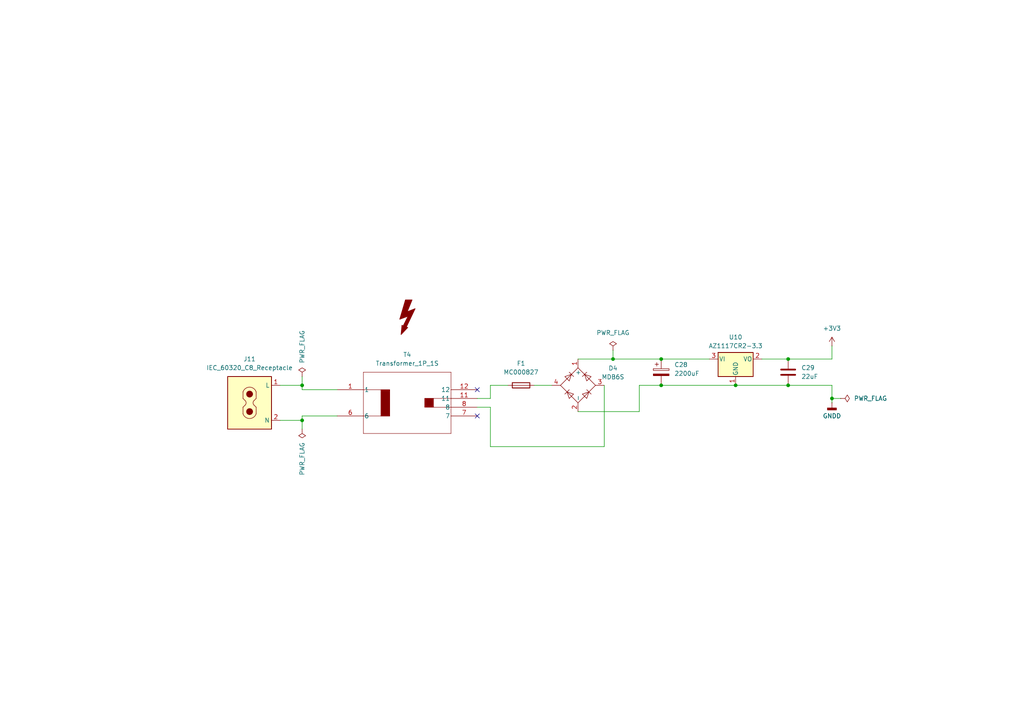
<source format=kicad_sch>
(kicad_sch
	(version 20250114)
	(generator "eeschema")
	(generator_version "9.0")
	(uuid "5f02bc06-a18c-434b-b4e1-1a977e6ab871")
	(paper "A4")
	(title_block
		(title "PCB Power Source")
		(date "2025-05-01")
		(rev "0.3")
		(company "Cezar-Octavian Bontaș")
	)
	(lib_symbols
		(symbol "Connector:IEC_60320_C8_Receptacle"
			(exclude_from_sim no)
			(in_bom yes)
			(on_board yes)
			(property "Reference" "J"
				(at -5.842 8.636 0)
				(effects
					(font
						(size 1.27 1.27)
					)
				)
			)
			(property "Value" "IEC_60320_C8_Receptacle"
				(at 0.254 -9.144 0)
				(effects
					(font
						(size 1.27 1.27)
					)
				)
			)
			(property "Footprint" ""
				(at 0 0 0)
				(effects
					(font
						(size 1.27 1.27)
					)
					(hide yes)
				)
			)
			(property "Datasheet" "~"
				(at 0 0 0)
				(effects
					(font
						(size 1.27 1.27)
					)
					(hide yes)
				)
			)
			(property "Description" "C8 coupler, 2,5 A max"
				(at 0 0 0)
				(effects
					(font
						(size 1.27 1.27)
					)
					(hide yes)
				)
			)
			(property "ki_keywords" "C8 Receptacle  IEC 60320"
				(at 0 0 0)
				(effects
					(font
						(size 1.27 1.27)
					)
					(hide yes)
				)
			)
			(property "ki_fp_filters" "C*8*Receptacle*"
				(at 0 0 0)
				(effects
					(font
						(size 1.27 1.27)
					)
					(hide yes)
				)
			)
			(symbol "IEC_60320_C8_Receptacle_0_1"
				(arc
					(start -1.27 0.635)
					(mid -1.007 0)
					(end -1.27 -0.635)
					(stroke
						(width 0)
						(type default)
					)
					(fill
						(type none)
					)
				)
				(polyline
					(pts
						(xy -1.905 1.27) (xy -1.905 3.175)
					)
					(stroke
						(width 0)
						(type default)
					)
					(fill
						(type none)
					)
				)
				(polyline
					(pts
						(xy -1.905 -1.27) (xy -1.905 -3.175)
					)
					(stroke
						(width 0)
						(type default)
					)
					(fill
						(type none)
					)
				)
				(polyline
					(pts
						(xy -1.27 -0.635) (xy -1.905 -1.27)
					)
					(stroke
						(width 0)
						(type default)
					)
					(fill
						(type none)
					)
				)
				(arc
					(start -1.905 3.175)
					(mid 0 4.548)
					(end 1.905 3.175)
					(stroke
						(width 0)
						(type default)
					)
					(fill
						(type none)
					)
				)
				(arc
					(start 1.905 -3.175)
					(mid 0 -4.548)
					(end -1.905 -3.175)
					(stroke
						(width 0)
						(type default)
					)
					(fill
						(type none)
					)
				)
				(polyline
					(pts
						(xy 1.27 0.635) (xy 1.905 1.27)
					)
					(stroke
						(width 0)
						(type default)
					)
					(fill
						(type none)
					)
				)
				(polyline
					(pts
						(xy 1.27 -0.635) (xy 1.905 -1.27)
					)
					(stroke
						(width 0)
						(type default)
					)
					(fill
						(type none)
					)
				)
				(polyline
					(pts
						(xy 1.905 1.27) (xy 1.905 3.175)
					)
					(stroke
						(width 0)
						(type default)
					)
					(fill
						(type none)
					)
				)
				(arc
					(start 1.27 -0.635)
					(mid 1.007 0)
					(end 1.27 0.635)
					(stroke
						(width 0)
						(type default)
					)
					(fill
						(type none)
					)
				)
				(polyline
					(pts
						(xy 1.905 -1.27) (xy 1.905 -3.175)
					)
					(stroke
						(width 0)
						(type default)
					)
					(fill
						(type none)
					)
				)
			)
			(symbol "IEC_60320_C8_Receptacle_1_1"
				(polyline
					(pts
						(xy -6.35 7.62) (xy 6.35 7.62) (xy 6.35 -7.62) (xy -6.35 -7.62) (xy -6.35 7.62)
					)
					(stroke
						(width 0.254)
						(type default)
					)
					(fill
						(type background)
					)
				)
				(polyline
					(pts
						(xy -1.27 0.635) (xy -1.905 1.27)
					)
					(stroke
						(width 0)
						(type default)
					)
					(fill
						(type background)
					)
				)
				(circle
					(center 0 2.54)
					(radius 0.898)
					(stroke
						(width 0)
						(type default)
					)
					(fill
						(type outline)
					)
				)
				(circle
					(center 0 -2.54)
					(radius 0.898)
					(stroke
						(width 0)
						(type default)
					)
					(fill
						(type outline)
					)
				)
				(pin power_in line
					(at 8.89 5.08 180)
					(length 2.54)
					(name "L"
						(effects
							(font
								(size 1.27 1.27)
							)
						)
					)
					(number "1"
						(effects
							(font
								(size 1.27 1.27)
							)
						)
					)
				)
				(pin power_in line
					(at 8.89 -5.08 180)
					(length 2.54)
					(name "N"
						(effects
							(font
								(size 1.27 1.27)
							)
						)
					)
					(number "2"
						(effects
							(font
								(size 1.27 1.27)
							)
						)
					)
				)
			)
			(embedded_fonts no)
		)
		(symbol "Device:C"
			(pin_numbers
				(hide yes)
			)
			(pin_names
				(offset 0.254)
			)
			(exclude_from_sim no)
			(in_bom yes)
			(on_board yes)
			(property "Reference" "C"
				(at 0.635 2.54 0)
				(effects
					(font
						(size 1.27 1.27)
					)
					(justify left)
				)
			)
			(property "Value" "C"
				(at 0.635 -2.54 0)
				(effects
					(font
						(size 1.27 1.27)
					)
					(justify left)
				)
			)
			(property "Footprint" ""
				(at 0.9652 -3.81 0)
				(effects
					(font
						(size 1.27 1.27)
					)
					(hide yes)
				)
			)
			(property "Datasheet" "~"
				(at 0 0 0)
				(effects
					(font
						(size 1.27 1.27)
					)
					(hide yes)
				)
			)
			(property "Description" "Unpolarized capacitor"
				(at 0 0 0)
				(effects
					(font
						(size 1.27 1.27)
					)
					(hide yes)
				)
			)
			(property "ki_keywords" "cap capacitor"
				(at 0 0 0)
				(effects
					(font
						(size 1.27 1.27)
					)
					(hide yes)
				)
			)
			(property "ki_fp_filters" "C_*"
				(at 0 0 0)
				(effects
					(font
						(size 1.27 1.27)
					)
					(hide yes)
				)
			)
			(symbol "C_0_1"
				(polyline
					(pts
						(xy -2.032 0.762) (xy 2.032 0.762)
					)
					(stroke
						(width 0.508)
						(type default)
					)
					(fill
						(type none)
					)
				)
				(polyline
					(pts
						(xy -2.032 -0.762) (xy 2.032 -0.762)
					)
					(stroke
						(width 0.508)
						(type default)
					)
					(fill
						(type none)
					)
				)
			)
			(symbol "C_1_1"
				(pin passive line
					(at 0 3.81 270)
					(length 2.794)
					(name "~"
						(effects
							(font
								(size 1.27 1.27)
							)
						)
					)
					(number "1"
						(effects
							(font
								(size 1.27 1.27)
							)
						)
					)
				)
				(pin passive line
					(at 0 -3.81 90)
					(length 2.794)
					(name "~"
						(effects
							(font
								(size 1.27 1.27)
							)
						)
					)
					(number "2"
						(effects
							(font
								(size 1.27 1.27)
							)
						)
					)
				)
			)
			(embedded_fonts no)
		)
		(symbol "Device:C_Polarized"
			(pin_numbers
				(hide yes)
			)
			(pin_names
				(offset 0.254)
			)
			(exclude_from_sim no)
			(in_bom yes)
			(on_board yes)
			(property "Reference" "C"
				(at 0.635 2.54 0)
				(effects
					(font
						(size 1.27 1.27)
					)
					(justify left)
				)
			)
			(property "Value" "C_Polarized"
				(at 0.635 -2.54 0)
				(effects
					(font
						(size 1.27 1.27)
					)
					(justify left)
				)
			)
			(property "Footprint" ""
				(at 0.9652 -3.81 0)
				(effects
					(font
						(size 1.27 1.27)
					)
					(hide yes)
				)
			)
			(property "Datasheet" "~"
				(at 0 0 0)
				(effects
					(font
						(size 1.27 1.27)
					)
					(hide yes)
				)
			)
			(property "Description" "Polarized capacitor"
				(at 0 0 0)
				(effects
					(font
						(size 1.27 1.27)
					)
					(hide yes)
				)
			)
			(property "ki_keywords" "cap capacitor"
				(at 0 0 0)
				(effects
					(font
						(size 1.27 1.27)
					)
					(hide yes)
				)
			)
			(property "ki_fp_filters" "CP_*"
				(at 0 0 0)
				(effects
					(font
						(size 1.27 1.27)
					)
					(hide yes)
				)
			)
			(symbol "C_Polarized_0_1"
				(rectangle
					(start -2.286 0.508)
					(end 2.286 1.016)
					(stroke
						(width 0)
						(type default)
					)
					(fill
						(type none)
					)
				)
				(polyline
					(pts
						(xy -1.778 2.286) (xy -0.762 2.286)
					)
					(stroke
						(width 0)
						(type default)
					)
					(fill
						(type none)
					)
				)
				(polyline
					(pts
						(xy -1.27 2.794) (xy -1.27 1.778)
					)
					(stroke
						(width 0)
						(type default)
					)
					(fill
						(type none)
					)
				)
				(rectangle
					(start 2.286 -0.508)
					(end -2.286 -1.016)
					(stroke
						(width 0)
						(type default)
					)
					(fill
						(type outline)
					)
				)
			)
			(symbol "C_Polarized_1_1"
				(pin passive line
					(at 0 3.81 270)
					(length 2.794)
					(name "~"
						(effects
							(font
								(size 1.27 1.27)
							)
						)
					)
					(number "1"
						(effects
							(font
								(size 1.27 1.27)
							)
						)
					)
				)
				(pin passive line
					(at 0 -3.81 90)
					(length 2.794)
					(name "~"
						(effects
							(font
								(size 1.27 1.27)
							)
						)
					)
					(number "2"
						(effects
							(font
								(size 1.27 1.27)
							)
						)
					)
				)
			)
			(embedded_fonts no)
		)
		(symbol "Device:Fuse"
			(pin_numbers
				(hide yes)
			)
			(pin_names
				(offset 0)
			)
			(exclude_from_sim no)
			(in_bom yes)
			(on_board yes)
			(property "Reference" "F"
				(at 2.032 0 90)
				(effects
					(font
						(size 1.27 1.27)
					)
				)
			)
			(property "Value" "Fuse"
				(at -1.905 0 90)
				(effects
					(font
						(size 1.27 1.27)
					)
				)
			)
			(property "Footprint" ""
				(at -1.778 0 90)
				(effects
					(font
						(size 1.27 1.27)
					)
					(hide yes)
				)
			)
			(property "Datasheet" "~"
				(at 0 0 0)
				(effects
					(font
						(size 1.27 1.27)
					)
					(hide yes)
				)
			)
			(property "Description" "Fuse"
				(at 0 0 0)
				(effects
					(font
						(size 1.27 1.27)
					)
					(hide yes)
				)
			)
			(property "ki_keywords" "fuse"
				(at 0 0 0)
				(effects
					(font
						(size 1.27 1.27)
					)
					(hide yes)
				)
			)
			(property "ki_fp_filters" "*Fuse*"
				(at 0 0 0)
				(effects
					(font
						(size 1.27 1.27)
					)
					(hide yes)
				)
			)
			(symbol "Fuse_0_1"
				(rectangle
					(start -0.762 -2.54)
					(end 0.762 2.54)
					(stroke
						(width 0.254)
						(type default)
					)
					(fill
						(type none)
					)
				)
				(polyline
					(pts
						(xy 0 2.54) (xy 0 -2.54)
					)
					(stroke
						(width 0)
						(type default)
					)
					(fill
						(type none)
					)
				)
			)
			(symbol "Fuse_1_1"
				(pin passive line
					(at 0 3.81 270)
					(length 1.27)
					(name "~"
						(effects
							(font
								(size 1.27 1.27)
							)
						)
					)
					(number "1"
						(effects
							(font
								(size 1.27 1.27)
							)
						)
					)
				)
				(pin passive line
					(at 0 -3.81 90)
					(length 1.27)
					(name "~"
						(effects
							(font
								(size 1.27 1.27)
							)
						)
					)
					(number "2"
						(effects
							(font
								(size 1.27 1.27)
							)
						)
					)
				)
			)
			(embedded_fonts no)
		)
		(symbol "Diode_Bridge:MDB6S"
			(exclude_from_sim no)
			(in_bom yes)
			(on_board yes)
			(property "Reference" "D"
				(at 3.81 6.35 0)
				(effects
					(font
						(size 1.27 1.27)
					)
				)
			)
			(property "Value" "MDB6S"
				(at 6.35 3.81 0)
				(effects
					(font
						(size 1.27 1.27)
					)
				)
			)
			(property "Footprint" "Package_SO:TSSOP-4_4.4x5mm_P4mm"
				(at 0 0 0)
				(effects
					(font
						(size 1.27 1.27)
					)
					(hide yes)
				)
			)
			(property "Datasheet" "https://www.onsemi.com/pub/Collateral/MDB8S-D.PDF"
				(at 0 0 0)
				(effects
					(font
						(size 1.27 1.27)
					)
					(hide yes)
				)
			)
			(property "Description" "Single-Phase Bridge Rectifier, 420V Vrms, 1A If, TSSOP-4"
				(at 0 0 0)
				(effects
					(font
						(size 1.27 1.27)
					)
					(hide yes)
				)
			)
			(property "ki_keywords" "bridge diode rectifier ac dc acdc ac-dc"
				(at 0 0 0)
				(effects
					(font
						(size 1.27 1.27)
					)
					(hide yes)
				)
			)
			(property "ki_fp_filters" "TSSOP*4.4x5mm*P4mm*"
				(at 0 0 0)
				(effects
					(font
						(size 1.27 1.27)
					)
					(hide yes)
				)
			)
			(symbol "MDB6S_1_1"
				(polyline
					(pts
						(xy -5.08 0) (xy 0 -5.08) (xy 5.08 0) (xy 0 5.08) (xy -5.08 0)
					)
					(stroke
						(width 0)
						(type default)
					)
					(fill
						(type none)
					)
				)
				(polyline
					(pts
						(xy -3.81 2.54) (xy -2.54 1.27) (xy -1.905 3.175) (xy -3.81 2.54)
					)
					(stroke
						(width 0)
						(type default)
					)
					(fill
						(type none)
					)
				)
				(polyline
					(pts
						(xy -2.54 3.81) (xy -1.27 2.54)
					)
					(stroke
						(width 0)
						(type default)
					)
					(fill
						(type none)
					)
				)
				(polyline
					(pts
						(xy -2.54 -1.27) (xy -3.81 -2.54) (xy -1.905 -3.175) (xy -2.54 -1.27)
					)
					(stroke
						(width 0)
						(type default)
					)
					(fill
						(type none)
					)
				)
				(polyline
					(pts
						(xy -1.27 -2.54) (xy -2.54 -3.81)
					)
					(stroke
						(width 0)
						(type default)
					)
					(fill
						(type none)
					)
				)
				(polyline
					(pts
						(xy 1.27 2.54) (xy 2.54 3.81) (xy 3.175 1.905) (xy 1.27 2.54)
					)
					(stroke
						(width 0)
						(type default)
					)
					(fill
						(type none)
					)
				)
				(polyline
					(pts
						(xy 2.54 1.27) (xy 3.81 2.54)
					)
					(stroke
						(width 0)
						(type default)
					)
					(fill
						(type none)
					)
				)
				(polyline
					(pts
						(xy 2.54 -1.27) (xy 3.81 -2.54)
					)
					(stroke
						(width 0)
						(type default)
					)
					(fill
						(type none)
					)
				)
				(polyline
					(pts
						(xy 3.175 -1.905) (xy 1.27 -2.54) (xy 2.54 -3.81) (xy 3.175 -1.905)
					)
					(stroke
						(width 0)
						(type default)
					)
					(fill
						(type none)
					)
				)
				(pin passive line
					(at -7.62 0 0)
					(length 2.54)
					(name "-"
						(effects
							(font
								(size 1.27 1.27)
							)
						)
					)
					(number "2"
						(effects
							(font
								(size 1.27 1.27)
							)
						)
					)
				)
				(pin passive line
					(at 0 7.62 270)
					(length 2.54)
					(name "~"
						(effects
							(font
								(size 1.27 1.27)
							)
						)
					)
					(number "4"
						(effects
							(font
								(size 1.27 1.27)
							)
						)
					)
				)
				(pin passive line
					(at 0 -7.62 90)
					(length 2.54)
					(name "~"
						(effects
							(font
								(size 1.27 1.27)
							)
						)
					)
					(number "3"
						(effects
							(font
								(size 1.27 1.27)
							)
						)
					)
				)
				(pin passive line
					(at 7.62 0 180)
					(length 2.54)
					(name "+"
						(effects
							(font
								(size 1.27 1.27)
							)
						)
					)
					(number "1"
						(effects
							(font
								(size 1.27 1.27)
							)
						)
					)
				)
			)
			(embedded_fonts no)
		)
		(symbol "Graphic:SYM_Flash_Large"
			(exclude_from_sim no)
			(in_bom no)
			(on_board no)
			(property "Reference" "#SYM"
				(at -3.81 0 90)
				(effects
					(font
						(size 1.27 1.27)
					)
					(hide yes)
				)
			)
			(property "Value" "SYM_Flash_Large"
				(at 3.302 0 90)
				(effects
					(font
						(size 1.27 1.27)
					)
					(hide yes)
				)
			)
			(property "Footprint" ""
				(at -0.254 -2.286 0)
				(effects
					(font
						(size 1.27 1.27)
					)
					(hide yes)
				)
			)
			(property "Datasheet" "~"
				(at 10.16 -2.54 0)
				(effects
					(font
						(size 1.27 1.27)
					)
					(hide yes)
				)
			)
			(property "Description" "Flash symbol, large"
				(at 0 0 0)
				(effects
					(font
						(size 1.27 1.27)
					)
					(hide yes)
				)
			)
			(property "Sim.Enable" "0"
				(at 0 0 0)
				(effects
					(font
						(size 1.27 1.27)
					)
					(hide yes)
				)
			)
			(property "ki_keywords" "graphic symbol flash VAC 220VAC 110VAC power"
				(at 0 0 0)
				(effects
					(font
						(size 1.27 1.27)
					)
					(hide yes)
				)
			)
			(symbol "SYM_Flash_Large_0_1"
				(polyline
					(pts
						(xy -0.508 4.445) (xy 1.397 4.445) (xy 0 1.016) (xy 2.286 1.905) (xy -0.508 -3.937) (xy -1.397 -3.556)
						(xy 0.254 -0.254) (xy -2.159 -1.143) (xy -0.508 4.445)
					)
					(stroke
						(width 0.2032)
						(type default)
					)
					(fill
						(type outline)
					)
				)
				(polyline
					(pts
						(xy 0.127 -3.556) (xy -1.524 -2.921) (xy -1.778 -5.588) (xy 0.127 -3.556)
					)
					(stroke
						(width 0.2032)
						(type default)
					)
					(fill
						(type outline)
					)
				)
			)
			(embedded_fonts no)
		)
		(symbol "Myrra 44229:44230"
			(pin_names
				(offset 0.254)
			)
			(exclude_from_sim no)
			(in_bom yes)
			(on_board yes)
			(property "Reference" "T"
				(at 0 13.97 0)
				(effects
					(font
						(size 1.524 1.524)
					)
				)
			)
			(property "Value" "44230"
				(at 0 11.43 0)
				(effects
					(font
						(size 1.524 1.524)
					)
				)
			)
			(property "Footprint" "44230_MYR"
				(at -20.32 3.81 0)
				(effects
					(font
						(size 1.27 1.27)
						(italic yes)
					)
					(hide yes)
				)
			)
			(property "Datasheet" "44230"
				(at -20.32 3.81 0)
				(effects
					(font
						(size 1.27 1.27)
						(italic yes)
					)
					(hide yes)
				)
			)
			(property "Description" ""
				(at 0 0 0)
				(effects
					(font
						(size 1.27 1.27)
					)
					(hide yes)
				)
			)
			(property "ki_locked" ""
				(at 0 0 0)
				(effects
					(font
						(size 1.27 1.27)
					)
				)
			)
			(property "ki_keywords" "44230"
				(at 0 0 0)
				(effects
					(font
						(size 1.27 1.27)
					)
					(hide yes)
				)
			)
			(property "ki_fp_filters" "44230_MYR"
				(at 0 0 0)
				(effects
					(font
						(size 1.27 1.27)
					)
					(hide yes)
				)
			)
			(symbol "44230_0_1"
				(polyline
					(pts
						(xy -12.7 8.89) (xy -12.7 -8.89)
					)
					(stroke
						(width 0.127)
						(type default)
					)
					(fill
						(type none)
					)
				)
				(polyline
					(pts
						(xy -12.7 3.81) (xy -5.08 3.81)
					)
					(stroke
						(width 0.127)
						(type default)
					)
					(fill
						(type none)
					)
				)
				(polyline
					(pts
						(xy -12.7 -3.81) (xy -5.08 -3.81)
					)
					(stroke
						(width 0.127)
						(type default)
					)
					(fill
						(type none)
					)
				)
				(polyline
					(pts
						(xy -12.7 -8.89) (xy 12.7 -8.89)
					)
					(stroke
						(width 0.127)
						(type default)
					)
					(fill
						(type none)
					)
				)
				(polyline
					(pts
						(xy -7.62 3.81) (xy -5.08 3.81) (xy -5.08 -3.81) (xy -7.62 -3.81)
					)
					(stroke
						(width 0)
						(type default)
					)
					(fill
						(type outline)
					)
				)
				(polyline
					(pts
						(xy -7.62 -3.81) (xy -7.62 3.81)
					)
					(stroke
						(width 0.127)
						(type default)
					)
					(fill
						(type none)
					)
				)
				(polyline
					(pts
						(xy -5.08 3.81) (xy -5.08 -3.81)
					)
					(stroke
						(width 0.127)
						(type default)
					)
					(fill
						(type none)
					)
				)
				(polyline
					(pts
						(xy 5.08 1.27) (xy 5.08 -1.27)
					)
					(stroke
						(width 0.127)
						(type default)
					)
					(fill
						(type none)
					)
				)
				(polyline
					(pts
						(xy 7.62 1.27) (xy 5.08 1.27) (xy 5.08 -1.27) (xy 7.62 -1.27)
					)
					(stroke
						(width 0)
						(type default)
					)
					(fill
						(type outline)
					)
				)
				(polyline
					(pts
						(xy 7.62 -1.27) (xy 7.62 1.27)
					)
					(stroke
						(width 0.127)
						(type default)
					)
					(fill
						(type none)
					)
				)
				(polyline
					(pts
						(xy 12.7 8.89) (xy -12.7 8.89)
					)
					(stroke
						(width 0.127)
						(type default)
					)
					(fill
						(type none)
					)
				)
				(polyline
					(pts
						(xy 12.7 1.27) (xy 5.08 1.27)
					)
					(stroke
						(width 0.127)
						(type default)
					)
					(fill
						(type none)
					)
				)
				(polyline
					(pts
						(xy 12.7 -1.27) (xy 5.08 -1.27)
					)
					(stroke
						(width 0.127)
						(type default)
					)
					(fill
						(type none)
					)
				)
				(polyline
					(pts
						(xy 12.7 -8.89) (xy 12.7 8.89)
					)
					(stroke
						(width 0.127)
						(type default)
					)
					(fill
						(type none)
					)
				)
				(pin unspecified line
					(at -20.32 3.81 0)
					(length 7.62)
					(name "1"
						(effects
							(font
								(size 1.27 1.27)
							)
						)
					)
					(number "1"
						(effects
							(font
								(size 1.27 1.27)
							)
						)
					)
				)
				(pin unspecified line
					(at -20.32 -3.81 0)
					(length 7.62)
					(name "6"
						(effects
							(font
								(size 1.27 1.27)
							)
						)
					)
					(number "6"
						(effects
							(font
								(size 1.27 1.27)
							)
						)
					)
				)
				(pin unspecified line
					(at 20.32 3.81 180)
					(length 7.62)
					(name "12"
						(effects
							(font
								(size 1.27 1.27)
							)
						)
					)
					(number "12"
						(effects
							(font
								(size 1.27 1.27)
							)
						)
					)
				)
				(pin unspecified line
					(at 20.32 1.27 180)
					(length 7.62)
					(name "11"
						(effects
							(font
								(size 1.27 1.27)
							)
						)
					)
					(number "11"
						(effects
							(font
								(size 1.27 1.27)
							)
						)
					)
				)
				(pin unspecified line
					(at 20.32 -1.27 180)
					(length 7.62)
					(name "8"
						(effects
							(font
								(size 1.27 1.27)
							)
						)
					)
					(number "8"
						(effects
							(font
								(size 1.27 1.27)
							)
						)
					)
				)
				(pin unspecified line
					(at 20.32 -3.81 180)
					(length 7.62)
					(name "7"
						(effects
							(font
								(size 1.27 1.27)
							)
						)
					)
					(number "7"
						(effects
							(font
								(size 1.27 1.27)
							)
						)
					)
				)
			)
			(embedded_fonts no)
		)
		(symbol "Regulator_Linear:AZ1117-3.3"
			(pin_names
				(offset 0.254)
			)
			(exclude_from_sim no)
			(in_bom yes)
			(on_board yes)
			(property "Reference" "U"
				(at -3.81 3.175 0)
				(effects
					(font
						(size 1.27 1.27)
					)
				)
			)
			(property "Value" "AZ1117-3.3"
				(at 0 3.175 0)
				(effects
					(font
						(size 1.27 1.27)
					)
					(justify left)
				)
			)
			(property "Footprint" ""
				(at 0 6.35 0)
				(effects
					(font
						(size 1.27 1.27)
						(italic yes)
					)
					(hide yes)
				)
			)
			(property "Datasheet" "https://www.diodes.com/assets/Datasheets/AZ1117.pdf"
				(at 0 0 0)
				(effects
					(font
						(size 1.27 1.27)
					)
					(hide yes)
				)
			)
			(property "Description" "1A 20V Fixed LDO Linear Regulator, 3.3V, SOT-89/SOT-223/TO-220/TO-252/TO-263"
				(at 0 0 0)
				(effects
					(font
						(size 1.27 1.27)
					)
					(hide yes)
				)
			)
			(property "ki_keywords" "Fixed Voltage Regulator 1A Positive LDO"
				(at 0 0 0)
				(effects
					(font
						(size 1.27 1.27)
					)
					(hide yes)
				)
			)
			(property "ki_fp_filters" "SOT?223* SOT?89* TO?220* TO?252* TO?263*"
				(at 0 0 0)
				(effects
					(font
						(size 1.27 1.27)
					)
					(hide yes)
				)
			)
			(symbol "AZ1117-3.3_0_1"
				(rectangle
					(start -5.08 1.905)
					(end 5.08 -5.08)
					(stroke
						(width 0.254)
						(type default)
					)
					(fill
						(type background)
					)
				)
			)
			(symbol "AZ1117-3.3_1_1"
				(pin power_in line
					(at -7.62 0 0)
					(length 2.54)
					(name "VI"
						(effects
							(font
								(size 1.27 1.27)
							)
						)
					)
					(number "3"
						(effects
							(font
								(size 1.27 1.27)
							)
						)
					)
				)
				(pin power_in line
					(at 0 -7.62 90)
					(length 2.54)
					(name "GND"
						(effects
							(font
								(size 1.27 1.27)
							)
						)
					)
					(number "1"
						(effects
							(font
								(size 1.27 1.27)
							)
						)
					)
				)
				(pin power_out line
					(at 7.62 0 180)
					(length 2.54)
					(name "VO"
						(effects
							(font
								(size 1.27 1.27)
							)
						)
					)
					(number "2"
						(effects
							(font
								(size 1.27 1.27)
							)
						)
					)
				)
			)
			(embedded_fonts no)
		)
		(symbol "power:+3V3"
			(power)
			(pin_numbers
				(hide yes)
			)
			(pin_names
				(offset 0)
				(hide yes)
			)
			(exclude_from_sim no)
			(in_bom yes)
			(on_board yes)
			(property "Reference" "#PWR"
				(at 0 -3.81 0)
				(effects
					(font
						(size 1.27 1.27)
					)
					(hide yes)
				)
			)
			(property "Value" "+3V3"
				(at 0 3.556 0)
				(effects
					(font
						(size 1.27 1.27)
					)
				)
			)
			(property "Footprint" ""
				(at 0 0 0)
				(effects
					(font
						(size 1.27 1.27)
					)
					(hide yes)
				)
			)
			(property "Datasheet" ""
				(at 0 0 0)
				(effects
					(font
						(size 1.27 1.27)
					)
					(hide yes)
				)
			)
			(property "Description" "Power symbol creates a global label with name \"+3V3\""
				(at 0 0 0)
				(effects
					(font
						(size 1.27 1.27)
					)
					(hide yes)
				)
			)
			(property "ki_keywords" "global power"
				(at 0 0 0)
				(effects
					(font
						(size 1.27 1.27)
					)
					(hide yes)
				)
			)
			(symbol "+3V3_0_1"
				(polyline
					(pts
						(xy -0.762 1.27) (xy 0 2.54)
					)
					(stroke
						(width 0)
						(type default)
					)
					(fill
						(type none)
					)
				)
				(polyline
					(pts
						(xy 0 2.54) (xy 0.762 1.27)
					)
					(stroke
						(width 0)
						(type default)
					)
					(fill
						(type none)
					)
				)
				(polyline
					(pts
						(xy 0 0) (xy 0 2.54)
					)
					(stroke
						(width 0)
						(type default)
					)
					(fill
						(type none)
					)
				)
			)
			(symbol "+3V3_1_1"
				(pin power_in line
					(at 0 0 90)
					(length 0)
					(name "~"
						(effects
							(font
								(size 1.27 1.27)
							)
						)
					)
					(number "1"
						(effects
							(font
								(size 1.27 1.27)
							)
						)
					)
				)
			)
			(embedded_fonts no)
		)
		(symbol "power:GNDD"
			(power)
			(pin_numbers
				(hide yes)
			)
			(pin_names
				(offset 0)
				(hide yes)
			)
			(exclude_from_sim no)
			(in_bom yes)
			(on_board yes)
			(property "Reference" "#PWR"
				(at 0 -6.35 0)
				(effects
					(font
						(size 1.27 1.27)
					)
					(hide yes)
				)
			)
			(property "Value" "GNDD"
				(at 0 -3.175 0)
				(effects
					(font
						(size 1.27 1.27)
					)
				)
			)
			(property "Footprint" ""
				(at 0 0 0)
				(effects
					(font
						(size 1.27 1.27)
					)
					(hide yes)
				)
			)
			(property "Datasheet" ""
				(at 0 0 0)
				(effects
					(font
						(size 1.27 1.27)
					)
					(hide yes)
				)
			)
			(property "Description" "Power symbol creates a global label with name \"GNDD\" , digital ground"
				(at 0 0 0)
				(effects
					(font
						(size 1.27 1.27)
					)
					(hide yes)
				)
			)
			(property "ki_keywords" "global power"
				(at 0 0 0)
				(effects
					(font
						(size 1.27 1.27)
					)
					(hide yes)
				)
			)
			(symbol "GNDD_0_1"
				(rectangle
					(start -1.27 -1.524)
					(end 1.27 -2.032)
					(stroke
						(width 0.254)
						(type default)
					)
					(fill
						(type outline)
					)
				)
				(polyline
					(pts
						(xy 0 0) (xy 0 -1.524)
					)
					(stroke
						(width 0)
						(type default)
					)
					(fill
						(type none)
					)
				)
			)
			(symbol "GNDD_1_1"
				(pin power_in line
					(at 0 0 270)
					(length 0)
					(name "~"
						(effects
							(font
								(size 1.27 1.27)
							)
						)
					)
					(number "1"
						(effects
							(font
								(size 1.27 1.27)
							)
						)
					)
				)
			)
			(embedded_fonts no)
		)
		(symbol "power:PWR_FLAG"
			(power)
			(pin_numbers
				(hide yes)
			)
			(pin_names
				(offset 0)
				(hide yes)
			)
			(exclude_from_sim no)
			(in_bom yes)
			(on_board yes)
			(property "Reference" "#FLG"
				(at 0 1.905 0)
				(effects
					(font
						(size 1.27 1.27)
					)
					(hide yes)
				)
			)
			(property "Value" "PWR_FLAG"
				(at 0 3.81 0)
				(effects
					(font
						(size 1.27 1.27)
					)
				)
			)
			(property "Footprint" ""
				(at 0 0 0)
				(effects
					(font
						(size 1.27 1.27)
					)
					(hide yes)
				)
			)
			(property "Datasheet" "~"
				(at 0 0 0)
				(effects
					(font
						(size 1.27 1.27)
					)
					(hide yes)
				)
			)
			(property "Description" "Special symbol for telling ERC where power comes from"
				(at 0 0 0)
				(effects
					(font
						(size 1.27 1.27)
					)
					(hide yes)
				)
			)
			(property "ki_keywords" "flag power"
				(at 0 0 0)
				(effects
					(font
						(size 1.27 1.27)
					)
					(hide yes)
				)
			)
			(symbol "PWR_FLAG_0_0"
				(pin power_out line
					(at 0 0 90)
					(length 0)
					(name "~"
						(effects
							(font
								(size 1.27 1.27)
							)
						)
					)
					(number "1"
						(effects
							(font
								(size 1.27 1.27)
							)
						)
					)
				)
			)
			(symbol "PWR_FLAG_0_1"
				(polyline
					(pts
						(xy 0 0) (xy 0 1.27) (xy -1.016 1.905) (xy 0 2.54) (xy 1.016 1.905) (xy 0 1.27)
					)
					(stroke
						(width 0)
						(type default)
					)
					(fill
						(type none)
					)
				)
			)
			(embedded_fonts no)
		)
	)
	(junction
		(at 228.6 104.14)
		(diameter 0)
		(color 0 0 0 0)
		(uuid "0ade745e-a21c-4d9b-b020-b8bdf5b0dd1a")
	)
	(junction
		(at 177.8 104.14)
		(diameter 0)
		(color 0 0 0 0)
		(uuid "0cda84f2-4f33-4379-a429-56b8ba22cc04")
	)
	(junction
		(at 213.36 111.76)
		(diameter 0)
		(color 0 0 0 0)
		(uuid "20c11fca-b9fc-4c74-ba1c-bac7e3742a10")
	)
	(junction
		(at 87.63 121.92)
		(diameter 0)
		(color 0 0 0 0)
		(uuid "63e05bb4-b0ec-41a4-aed8-c481e160343b")
	)
	(junction
		(at 241.3 115.57)
		(diameter 0)
		(color 0 0 0 0)
		(uuid "6cc90a9a-c932-4a91-aef6-d7a390c0be29")
	)
	(junction
		(at 228.6 111.76)
		(diameter 0)
		(color 0 0 0 0)
		(uuid "7f9aa839-cc95-4bd3-9092-640189844a28")
	)
	(junction
		(at 191.77 111.76)
		(diameter 0)
		(color 0 0 0 0)
		(uuid "ad2e025f-cbd6-4d5f-929c-58d21a7c74d8")
	)
	(junction
		(at 191.77 104.14)
		(diameter 0)
		(color 0 0 0 0)
		(uuid "b665bbe6-b6f9-4c46-9dcf-ef7d2a06453d")
	)
	(junction
		(at 87.63 111.76)
		(diameter 0)
		(color 0 0 0 0)
		(uuid "f411b115-a186-4067-9b45-232cccca3573")
	)
	(no_connect
		(at 138.43 113.03)
		(uuid "083b0925-842e-4602-aea9-06bcd2b0dceb")
	)
	(no_connect
		(at 138.43 120.65)
		(uuid "a6d3f215-901e-4490-9779-b38a4a63d1be")
	)
	(wire
		(pts
			(xy 175.26 111.76) (xy 175.26 129.54)
		)
		(stroke
			(width 0)
			(type default)
		)
		(uuid "00f4a558-2d4c-4e09-845a-755022666da1")
	)
	(wire
		(pts
			(xy 177.8 101.6) (xy 177.8 104.14)
		)
		(stroke
			(width 0)
			(type default)
		)
		(uuid "2474e4bc-2f8a-46aa-856c-776c58fbf6b9")
	)
	(wire
		(pts
			(xy 81.28 121.92) (xy 87.63 121.92)
		)
		(stroke
			(width 0)
			(type default)
		)
		(uuid "2de382b7-0a11-44d4-9fff-41fa92f5f9f6")
	)
	(wire
		(pts
			(xy 138.43 115.57) (xy 142.24 115.57)
		)
		(stroke
			(width 0)
			(type default)
		)
		(uuid "3b4068f4-071e-411e-ba18-a44ab41844d7")
	)
	(wire
		(pts
			(xy 213.36 111.76) (xy 228.6 111.76)
		)
		(stroke
			(width 0)
			(type default)
		)
		(uuid "3dbd738b-2d57-4e85-bcce-7583af3ff815")
	)
	(wire
		(pts
			(xy 185.42 111.76) (xy 191.77 111.76)
		)
		(stroke
			(width 0)
			(type default)
		)
		(uuid "558b5ea2-8a9a-4a58-a167-d882d278f814")
	)
	(wire
		(pts
			(xy 87.63 111.76) (xy 87.63 113.03)
		)
		(stroke
			(width 0)
			(type default)
		)
		(uuid "572329e4-641a-4a49-ac74-c90212297a06")
	)
	(wire
		(pts
			(xy 154.94 111.76) (xy 160.02 111.76)
		)
		(stroke
			(width 0)
			(type default)
		)
		(uuid "57658623-f933-45d0-a969-2cbaba392ba8")
	)
	(wire
		(pts
			(xy 177.8 104.14) (xy 191.77 104.14)
		)
		(stroke
			(width 0)
			(type default)
		)
		(uuid "59749f53-3b9f-4920-9bc1-f4cec3d97998")
	)
	(wire
		(pts
			(xy 191.77 104.14) (xy 205.74 104.14)
		)
		(stroke
			(width 0)
			(type default)
		)
		(uuid "59ad95b3-25f5-460d-8a40-9a7fcfbfa494")
	)
	(wire
		(pts
			(xy 142.24 111.76) (xy 147.32 111.76)
		)
		(stroke
			(width 0)
			(type default)
		)
		(uuid "5db49bec-6ee7-4e6c-a0fc-cd0ee6222af3")
	)
	(wire
		(pts
			(xy 87.63 109.22) (xy 87.63 111.76)
		)
		(stroke
			(width 0)
			(type default)
		)
		(uuid "6016225c-abca-4db6-8070-1311f80a5086")
	)
	(wire
		(pts
			(xy 87.63 113.03) (xy 97.79 113.03)
		)
		(stroke
			(width 0)
			(type default)
		)
		(uuid "7418782e-f824-4d67-b4b2-0caadaa0a432")
	)
	(wire
		(pts
			(xy 167.64 104.14) (xy 177.8 104.14)
		)
		(stroke
			(width 0)
			(type default)
		)
		(uuid "7df69fd5-486c-4990-90cc-e1da4e40160c")
	)
	(wire
		(pts
			(xy 138.43 118.11) (xy 142.24 118.11)
		)
		(stroke
			(width 0)
			(type default)
		)
		(uuid "83224a66-2368-4a52-b4ee-d32487c7dcc5")
	)
	(wire
		(pts
			(xy 87.63 120.65) (xy 97.79 120.65)
		)
		(stroke
			(width 0)
			(type default)
		)
		(uuid "8bcef9c6-cb8a-4ace-a9ca-bd6503786786")
	)
	(wire
		(pts
			(xy 167.64 119.38) (xy 185.42 119.38)
		)
		(stroke
			(width 0)
			(type default)
		)
		(uuid "8ec3f90c-1c21-45b7-b683-961ddefed723")
	)
	(wire
		(pts
			(xy 228.6 104.14) (xy 241.3 104.14)
		)
		(stroke
			(width 0)
			(type default)
		)
		(uuid "9fce8e75-ecf4-4c19-809d-94256eeadf9a")
	)
	(wire
		(pts
			(xy 87.63 121.92) (xy 87.63 120.65)
		)
		(stroke
			(width 0)
			(type default)
		)
		(uuid "a8e022c2-2878-44d8-8570-0fcdf171eb66")
	)
	(wire
		(pts
			(xy 191.77 111.76) (xy 213.36 111.76)
		)
		(stroke
			(width 0)
			(type default)
		)
		(uuid "abcf3f11-aea5-4ed3-9e1c-dba4897a8342")
	)
	(wire
		(pts
			(xy 243.84 115.57) (xy 241.3 115.57)
		)
		(stroke
			(width 0)
			(type default)
		)
		(uuid "b48e97cf-96d2-4fa3-a8b4-d3a36a24428b")
	)
	(wire
		(pts
			(xy 142.24 118.11) (xy 142.24 129.54)
		)
		(stroke
			(width 0)
			(type default)
		)
		(uuid "ba2f05bc-386f-40fc-9470-ccb462f76ef1")
	)
	(wire
		(pts
			(xy 142.24 115.57) (xy 142.24 111.76)
		)
		(stroke
			(width 0)
			(type default)
		)
		(uuid "c429dc02-e5aa-4fa9-9d41-1177f8db689b")
	)
	(wire
		(pts
			(xy 185.42 119.38) (xy 185.42 111.76)
		)
		(stroke
			(width 0)
			(type default)
		)
		(uuid "d434ff37-a50e-40b4-ae31-8935de86aba3")
	)
	(wire
		(pts
			(xy 220.98 104.14) (xy 228.6 104.14)
		)
		(stroke
			(width 0)
			(type default)
		)
		(uuid "d6b7e3f4-37aa-4282-96c6-0be188feba19")
	)
	(wire
		(pts
			(xy 228.6 111.76) (xy 241.3 111.76)
		)
		(stroke
			(width 0)
			(type default)
		)
		(uuid "d785bdb4-c5e5-4281-834d-2daea1cd3297")
	)
	(wire
		(pts
			(xy 241.3 115.57) (xy 241.3 116.84)
		)
		(stroke
			(width 0)
			(type default)
		)
		(uuid "dd61ff5f-dfdb-454d-a4e6-f37b19766a7c")
	)
	(wire
		(pts
			(xy 87.63 124.46) (xy 87.63 121.92)
		)
		(stroke
			(width 0)
			(type default)
		)
		(uuid "e076b832-2983-4aad-ac12-098cb219d8f9")
	)
	(wire
		(pts
			(xy 241.3 111.76) (xy 241.3 115.57)
		)
		(stroke
			(width 0)
			(type default)
		)
		(uuid "e21b6245-6a98-4e59-868f-f396995d6cfc")
	)
	(wire
		(pts
			(xy 142.24 129.54) (xy 175.26 129.54)
		)
		(stroke
			(width 0)
			(type default)
		)
		(uuid "fb96df2a-b37e-4a06-9059-9e70055ff37a")
	)
	(wire
		(pts
			(xy 241.3 100.33) (xy 241.3 104.14)
		)
		(stroke
			(width 0)
			(type default)
		)
		(uuid "fbbfe55a-db0d-45d0-9b1e-e44c02104fb9")
	)
	(wire
		(pts
			(xy 81.28 111.76) (xy 87.63 111.76)
		)
		(stroke
			(width 0)
			(type default)
		)
		(uuid "fd5fdf5c-aaa4-44b9-86cc-6542bdaa7040")
	)
	(symbol
		(lib_id "power:PWR_FLAG")
		(at 243.84 115.57 270)
		(unit 1)
		(exclude_from_sim no)
		(in_bom yes)
		(on_board yes)
		(dnp no)
		(fields_autoplaced yes)
		(uuid "14a45381-4227-4880-89a0-21098b1b36cc")
		(property "Reference" "#FLG06"
			(at 245.745 115.57 0)
			(effects
				(font
					(size 1.27 1.27)
				)
				(hide yes)
			)
		)
		(property "Value" "PWR_FLAG"
			(at 247.65 115.5699 90)
			(effects
				(font
					(size 1.27 1.27)
				)
				(justify left)
			)
		)
		(property "Footprint" ""
			(at 243.84 115.57 0)
			(effects
				(font
					(size 1.27 1.27)
				)
				(hide yes)
			)
		)
		(property "Datasheet" "~"
			(at 243.84 115.57 0)
			(effects
				(font
					(size 1.27 1.27)
				)
				(hide yes)
			)
		)
		(property "Description" "Special symbol for telling ERC where power comes from"
			(at 243.84 115.57 0)
			(effects
				(font
					(size 1.27 1.27)
				)
				(hide yes)
			)
		)
		(pin "1"
			(uuid "d0141e32-e946-4797-92b7-60e287e78900")
		)
		(instances
			(project "sol_inv"
				(path "/c5b733d3-d844-4c5a-a928-539beea9cfbc/55c49600-108e-423a-878a-ddd218e994fd"
					(reference "#FLG06")
					(unit 1)
				)
			)
		)
	)
	(symbol
		(lib_id "Device:C")
		(at 228.6 107.95 0)
		(unit 1)
		(exclude_from_sim no)
		(in_bom yes)
		(on_board yes)
		(dnp no)
		(fields_autoplaced yes)
		(uuid "1a763074-1253-4c12-80be-b268f7c43680")
		(property "Reference" "C29"
			(at 232.41 106.6799 0)
			(effects
				(font
					(size 1.27 1.27)
				)
				(justify left)
			)
		)
		(property "Value" "22uF"
			(at 232.41 109.2199 0)
			(effects
				(font
					(size 1.27 1.27)
				)
				(justify left)
			)
		)
		(property "Footprint" "Capacitor_SMD:C_1206_3216Metric"
			(at 229.5652 111.76 0)
			(effects
				(font
					(size 1.27 1.27)
				)
				(hide yes)
			)
		)
		(property "Datasheet" "https://www.farnell.com/datasheets/4020524.pdf"
			(at 228.6 107.95 0)
			(effects
				(font
					(size 1.27 1.27)
				)
				(hide yes)
			)
		)
		(property "Description" "Unpolarized capacitor"
			(at 228.6 107.95 0)
			(effects
				(font
					(size 1.27 1.27)
				)
				(hide yes)
			)
		)
		(property "ComponentLink1URL" ""
			(at 228.6 107.95 0)
			(effects
				(font
					(size 1.27 1.27)
				)
			)
		)
		(property "ComponentLink2URL" "https://ro.farnell.com/yageo/cc1206kkx5r8bb226/cap-22uf-25v-mlcc-1206/dp/3873451"
			(at 228.6 107.95 0)
			(effects
				(font
					(size 1.27 1.27)
				)
				(hide yes)
			)
		)
		(pin "1"
			(uuid "da3ec61d-3dc1-4ff8-9459-ea68d46ebf3b")
		)
		(pin "2"
			(uuid "b89720f3-25ba-4933-aa34-f6a77231d796")
		)
		(instances
			(project ""
				(path "/c5b733d3-d844-4c5a-a928-539beea9cfbc/55c49600-108e-423a-878a-ddd218e994fd"
					(reference "C29")
					(unit 1)
				)
			)
		)
	)
	(symbol
		(lib_id "power:GNDD")
		(at 241.3 116.84 0)
		(unit 1)
		(exclude_from_sim no)
		(in_bom yes)
		(on_board yes)
		(dnp no)
		(fields_autoplaced yes)
		(uuid "209d4e07-0465-4cd6-abdf-b0fb5522e701")
		(property "Reference" "#PWR045"
			(at 241.3 123.19 0)
			(effects
				(font
					(size 1.27 1.27)
				)
				(hide yes)
			)
		)
		(property "Value" "GNDD"
			(at 241.3 120.65 0)
			(effects
				(font
					(size 1.27 1.27)
				)
			)
		)
		(property "Footprint" ""
			(at 241.3 116.84 0)
			(effects
				(font
					(size 1.27 1.27)
				)
				(hide yes)
			)
		)
		(property "Datasheet" ""
			(at 241.3 116.84 0)
			(effects
				(font
					(size 1.27 1.27)
				)
				(hide yes)
			)
		)
		(property "Description" "Power symbol creates a global label with name \"GNDD\" , digital ground"
			(at 241.3 116.84 0)
			(effects
				(font
					(size 1.27 1.27)
				)
				(hide yes)
			)
		)
		(pin "1"
			(uuid "46d8e10e-37b9-4e78-851b-46d0e0bb0705")
		)
		(instances
			(project ""
				(path "/c5b733d3-d844-4c5a-a928-539beea9cfbc/55c49600-108e-423a-878a-ddd218e994fd"
					(reference "#PWR045")
					(unit 1)
				)
			)
		)
	)
	(symbol
		(lib_id "Graphic:SYM_Flash_Large")
		(at 118.11 91.44 0)
		(unit 1)
		(exclude_from_sim no)
		(in_bom no)
		(on_board no)
		(dnp no)
		(fields_autoplaced yes)
		(uuid "2ae16359-1ed6-4b30-ac83-0c1ea8beb06d")
		(property "Reference" "#SYM4"
			(at 114.3 91.44 90)
			(effects
				(font
					(size 1.27 1.27)
				)
				(hide yes)
			)
		)
		(property "Value" "SYM_Flash_Large"
			(at 121.412 91.44 90)
			(effects
				(font
					(size 1.27 1.27)
				)
				(hide yes)
			)
		)
		(property "Footprint" ""
			(at 117.856 93.726 0)
			(effects
				(font
					(size 1.27 1.27)
				)
				(hide yes)
			)
		)
		(property "Datasheet" "~"
			(at 128.27 93.98 0)
			(effects
				(font
					(size 1.27 1.27)
				)
				(hide yes)
			)
		)
		(property "Description" "Flash symbol, large"
			(at 118.11 91.44 0)
			(effects
				(font
					(size 1.27 1.27)
				)
				(hide yes)
			)
		)
		(instances
			(project ""
				(path "/c5b733d3-d844-4c5a-a928-539beea9cfbc/55c49600-108e-423a-878a-ddd218e994fd"
					(reference "#SYM4")
					(unit 1)
				)
			)
		)
	)
	(symbol
		(lib_id "Regulator_Linear:AZ1117-3.3")
		(at 213.36 104.14 0)
		(unit 1)
		(exclude_from_sim no)
		(in_bom yes)
		(on_board yes)
		(dnp no)
		(fields_autoplaced yes)
		(uuid "383ae0e7-a0f0-4714-8366-1125ee7ea021")
		(property "Reference" "U10"
			(at 213.36 97.79 0)
			(effects
				(font
					(size 1.27 1.27)
				)
			)
		)
		(property "Value" "AZ1117CR2-3.3"
			(at 213.36 100.33 0)
			(effects
				(font
					(size 1.27 1.27)
				)
			)
		)
		(property "Footprint" "Package_TO_SOT_SMD:SOT-89-3"
			(at 213.36 97.79 0)
			(effects
				(font
					(size 1.27 1.27)
					(italic yes)
				)
				(hide yes)
			)
		)
		(property "Datasheet" "https://www.diodes.com/assets/Datasheets/AZ1117C.pdf"
			(at 213.36 104.14 0)
			(effects
				(font
					(size 1.27 1.27)
				)
				(hide yes)
			)
		)
		(property "Description" "1A 20V Fixed LDO Linear Regulator, 3.3V, SOT-89/SOT-223/TO-220/TO-252/TO-263"
			(at 213.36 104.14 0)
			(effects
				(font
					(size 1.27 1.27)
				)
				(hide yes)
			)
		)
		(property "ComponentLink1URL" ""
			(at 213.36 104.14 0)
			(effects
				(font
					(size 1.27 1.27)
				)
			)
		)
		(property "ComponentLink2URL" "https://ro.farnell.com/diodes-inc/az1117cr2-3-3trg1/ldo-dc-dc-conv-3-3v-0-8a-sot-89/dp/3942513"
			(at 213.36 104.14 0)
			(effects
				(font
					(size 1.27 1.27)
				)
				(hide yes)
			)
		)
		(pin "2"
			(uuid "8d783b4a-aa5d-4a84-bdd1-9aeb56c003dd")
		)
		(pin "3"
			(uuid "eab6dd48-95c9-4ad0-b15b-fb75ae8a5fb1")
		)
		(pin "1"
			(uuid "44871762-df36-4d15-8106-59da2c9cee58")
		)
		(instances
			(project ""
				(path "/c5b733d3-d844-4c5a-a928-539beea9cfbc/55c49600-108e-423a-878a-ddd218e994fd"
					(reference "U10")
					(unit 1)
				)
			)
		)
	)
	(symbol
		(lib_id "power:PWR_FLAG")
		(at 87.63 124.46 180)
		(unit 1)
		(exclude_from_sim no)
		(in_bom yes)
		(on_board yes)
		(dnp no)
		(fields_autoplaced yes)
		(uuid "52ba8ea1-7be2-4ae4-add5-3393d090270f")
		(property "Reference" "#FLG04"
			(at 87.63 126.365 0)
			(effects
				(font
					(size 1.27 1.27)
				)
				(hide yes)
			)
		)
		(property "Value" "PWR_FLAG"
			(at 87.6301 128.27 90)
			(effects
				(font
					(size 1.27 1.27)
				)
				(justify left)
			)
		)
		(property "Footprint" ""
			(at 87.63 124.46 0)
			(effects
				(font
					(size 1.27 1.27)
				)
				(hide yes)
			)
		)
		(property "Datasheet" "~"
			(at 87.63 124.46 0)
			(effects
				(font
					(size 1.27 1.27)
				)
				(hide yes)
			)
		)
		(property "Description" "Special symbol for telling ERC where power comes from"
			(at 87.63 124.46 0)
			(effects
				(font
					(size 1.27 1.27)
				)
				(hide yes)
			)
		)
		(pin "1"
			(uuid "fc612858-a33e-45b6-a3db-c9de7ad2352e")
		)
		(instances
			(project "sol_inv"
				(path "/c5b733d3-d844-4c5a-a928-539beea9cfbc/55c49600-108e-423a-878a-ddd218e994fd"
					(reference "#FLG04")
					(unit 1)
				)
			)
		)
	)
	(symbol
		(lib_id "Myrra 44229:44230")
		(at 118.11 116.84 0)
		(unit 1)
		(exclude_from_sim no)
		(in_bom yes)
		(on_board yes)
		(dnp no)
		(fields_autoplaced yes)
		(uuid "78ceef38-f7d7-46bd-8ad0-6da0c003e2c3")
		(property "Reference" "T4"
			(at 118.11 102.87 0)
			(effects
				(font
					(size 1.27 1.27)
				)
			)
		)
		(property "Value" "Transformer_1P_1S"
			(at 118.11 105.41 0)
			(effects
				(font
					(size 1.27 1.27)
				)
			)
		)
		(property "Footprint" "Myrra_44229:44230_MYR"
			(at 97.79 113.03 0)
			(effects
				(font
					(size 1.27 1.27)
					(italic yes)
				)
				(hide yes)
			)
		)
		(property "Datasheet" "https://www.farnell.com/datasheets/92202.pdf"
			(at 97.79 113.03 0)
			(effects
				(font
					(size 1.27 1.27)
					(italic yes)
				)
				(hide yes)
			)
		)
		(property "Description" "Transformer, single primary, single secondary"
			(at 118.11 116.84 0)
			(effects
				(font
					(size 1.27 1.27)
				)
				(hide yes)
			)
		)
		(property "ComponentLink1URL" ""
			(at 118.11 116.84 0)
			(effects
				(font
					(size 1.27 1.27)
				)
			)
		)
		(property "ComponentLink2URL" "https://ro.farnell.com/myrra/44229/transformer-5va-6v/dp/1689079#anchorTechnicalDOCS"
			(at 118.11 116.84 0)
			(effects
				(font
					(size 1.27 1.27)
				)
				(hide yes)
			)
		)
		(pin "8"
			(uuid "ac2b6498-9e24-4047-9b5d-4b8d69eb40b1")
		)
		(pin "6"
			(uuid "d27a72e9-4bee-4f9d-bc62-870f9e109521")
		)
		(pin "1"
			(uuid "e2f3db3f-079a-4dcd-ab67-8c6026527003")
		)
		(pin "11"
			(uuid "6407b89d-7d74-45cc-a461-1d0afcc76792")
		)
		(pin "12"
			(uuid "85826de4-f149-4968-9b7a-bde2ebbf0e99")
		)
		(pin "7"
			(uuid "7d44c775-4d10-40ea-b0e2-6f1c090efb10")
		)
		(instances
			(project ""
				(path "/c5b733d3-d844-4c5a-a928-539beea9cfbc/55c49600-108e-423a-878a-ddd218e994fd"
					(reference "T4")
					(unit 1)
				)
			)
		)
	)
	(symbol
		(lib_id "Diode_Bridge:MDB6S")
		(at 167.64 111.76 90)
		(unit 1)
		(exclude_from_sim no)
		(in_bom yes)
		(on_board yes)
		(dnp no)
		(fields_autoplaced yes)
		(uuid "a30c73bb-2166-43a4-90c6-e0d079d18ff3")
		(property "Reference" "D4"
			(at 177.8 106.8068 90)
			(effects
				(font
					(size 1.27 1.27)
				)
			)
		)
		(property "Value" "MDB6S"
			(at 177.8 109.3468 90)
			(effects
				(font
					(size 1.27 1.27)
				)
			)
		)
		(property "Footprint" "MDB6S:BR_Micro-DIP4_OSI"
			(at 167.64 111.76 0)
			(effects
				(font
					(size 1.27 1.27)
				)
				(hide yes)
			)
		)
		(property "Datasheet" "https://www.onsemi.com/pub/Collateral/MDB8S-D.PDF"
			(at 167.64 111.76 0)
			(effects
				(font
					(size 1.27 1.27)
				)
				(hide yes)
			)
		)
		(property "Description" "Single-Phase Bridge Rectifier, 420V Vrms, 1A If, TSSOP-4"
			(at 167.64 111.76 0)
			(effects
				(font
					(size 1.27 1.27)
				)
				(hide yes)
			)
		)
		(property "ComponentLink1URL" ""
			(at 167.64 111.76 0)
			(effects
				(font
					(size 1.27 1.27)
				)
			)
		)
		(property "ComponentLink2URL" "https://ro.farnell.com/on-semiconductor/mdb6s/bridge-rectifier-diode-1-ph-1a/dp/2575371"
			(at 167.64 111.76 0)
			(effects
				(font
					(size 1.27 1.27)
				)
				(hide yes)
			)
		)
		(pin "4"
			(uuid "614932a6-4829-404b-9aeb-77e0dba6c60e")
		)
		(pin "2"
			(uuid "2f7d434b-79a2-4428-8b0c-5d2be771814e")
		)
		(pin "1"
			(uuid "b54b4905-ab5c-4702-a83e-e5b6b7bf5ebb")
		)
		(pin "3"
			(uuid "167407c2-1ec6-48a3-a674-7a8a17942c57")
		)
		(instances
			(project ""
				(path "/c5b733d3-d844-4c5a-a928-539beea9cfbc/55c49600-108e-423a-878a-ddd218e994fd"
					(reference "D4")
					(unit 1)
				)
			)
		)
	)
	(symbol
		(lib_id "Connector:IEC_60320_C8_Receptacle")
		(at 72.39 116.84 0)
		(unit 1)
		(exclude_from_sim no)
		(in_bom yes)
		(on_board yes)
		(dnp no)
		(fields_autoplaced yes)
		(uuid "a8924f69-c3a5-4c7c-ae64-9abe3f335be2")
		(property "Reference" "J11"
			(at 72.39 104.14 0)
			(effects
				(font
					(size 1.27 1.27)
				)
			)
		)
		(property "Value" "IEC_60320_C8_Receptacle"
			(at 72.39 106.68 0)
			(effects
				(font
					(size 1.27 1.27)
				)
			)
		)
		(property "Footprint" "IEC C8 4300-0103:43000103"
			(at 72.39 116.84 0)
			(effects
				(font
					(size 1.27 1.27)
				)
				(hide yes)
			)
		)
		(property "Datasheet" "https://ro.mouser.com/datasheet/2/358/typ_2570-1283887.pdf"
			(at 72.39 116.84 0)
			(effects
				(font
					(size 1.27 1.27)
				)
				(hide yes)
			)
		)
		(property "Description" "C8 coupler, 2,5 A max"
			(at 72.39 116.84 0)
			(effects
				(font
					(size 1.27 1.27)
				)
				(hide yes)
			)
		)
		(property "ComponentLink1URL" ""
			(at 72.39 116.84 0)
			(effects
				(font
					(size 1.27 1.27)
				)
			)
		)
		(property "ComponentLink2URL" "https://ro.mouser.com/ProductDetail/Schurter/4300.0103?qs=rrS6PyfT74fALdoccvhz1Q%3D%3D"
			(at 72.39 116.84 0)
			(effects
				(font
					(size 1.27 1.27)
				)
				(hide yes)
			)
		)
		(pin "2"
			(uuid "93e27791-2c0e-4b7d-a11f-3f5e052ff62c")
		)
		(pin "1"
			(uuid "0697ff60-29fb-4802-9e54-fb4c2cc5864a")
		)
		(instances
			(project ""
				(path "/c5b733d3-d844-4c5a-a928-539beea9cfbc/55c49600-108e-423a-878a-ddd218e994fd"
					(reference "J11")
					(unit 1)
				)
			)
		)
	)
	(symbol
		(lib_id "Device:Fuse")
		(at 151.13 111.76 90)
		(unit 1)
		(exclude_from_sim no)
		(in_bom yes)
		(on_board yes)
		(dnp no)
		(fields_autoplaced yes)
		(uuid "c219ed73-60f6-4d4c-b9c7-66a553b7ad4e")
		(property "Reference" "F1"
			(at 151.13 105.41 90)
			(effects
				(font
					(size 1.27 1.27)
				)
			)
		)
		(property "Value" "MC000827"
			(at 151.13 107.95 90)
			(effects
				(font
					(size 1.27 1.27)
				)
			)
		)
		(property "Footprint" "MC000827:FUSE_MC000827_MTC"
			(at 151.13 113.538 90)
			(effects
				(font
					(size 1.27 1.27)
				)
				(hide yes)
			)
		)
		(property "Datasheet" "https://www.farnell.com/datasheets/3929991.pdf"
			(at 151.13 111.76 0)
			(effects
				(font
					(size 1.27 1.27)
				)
				(hide yes)
			)
		)
		(property "Description" "Fuse"
			(at 151.13 111.76 0)
			(effects
				(font
					(size 1.27 1.27)
				)
				(hide yes)
			)
		)
		(property "ComponentLink1URL" ""
			(at 151.13 111.76 0)
			(effects
				(font
					(size 1.27 1.27)
				)
			)
		)
		(property "ComponentLink2URL" "https://ro.farnell.com/multicomp-pro/mc000827/fuse-holder-5x20mm-htc-pcb/dp/2461158"
			(at 151.13 111.76 0)
			(effects
				(font
					(size 1.27 1.27)
				)
				(hide yes)
			)
		)
		(pin "1"
			(uuid "f0c26b50-b960-42c5-b8e6-80c766666b42")
		)
		(pin "2"
			(uuid "825caba0-105a-4404-a8f5-b748b436e1c1")
		)
		(instances
			(project ""
				(path "/c5b733d3-d844-4c5a-a928-539beea9cfbc/55c49600-108e-423a-878a-ddd218e994fd"
					(reference "F1")
					(unit 1)
				)
			)
		)
	)
	(symbol
		(lib_id "power:+3V3")
		(at 241.3 100.33 0)
		(unit 1)
		(exclude_from_sim no)
		(in_bom yes)
		(on_board yes)
		(dnp no)
		(fields_autoplaced yes)
		(uuid "ccb1268f-ec68-4389-8ab3-e384d4a29302")
		(property "Reference" "#PWR044"
			(at 241.3 104.14 0)
			(effects
				(font
					(size 1.27 1.27)
				)
				(hide yes)
			)
		)
		(property "Value" "+3V3"
			(at 241.3 95.25 0)
			(effects
				(font
					(size 1.27 1.27)
				)
			)
		)
		(property "Footprint" ""
			(at 241.3 100.33 0)
			(effects
				(font
					(size 1.27 1.27)
				)
				(hide yes)
			)
		)
		(property "Datasheet" ""
			(at 241.3 100.33 0)
			(effects
				(font
					(size 1.27 1.27)
				)
				(hide yes)
			)
		)
		(property "Description" "Power symbol creates a global label with name \"+3V3\""
			(at 241.3 100.33 0)
			(effects
				(font
					(size 1.27 1.27)
				)
				(hide yes)
			)
		)
		(pin "1"
			(uuid "df8672cb-f3a3-4e6f-b568-507a5202cc53")
		)
		(instances
			(project ""
				(path "/c5b733d3-d844-4c5a-a928-539beea9cfbc/55c49600-108e-423a-878a-ddd218e994fd"
					(reference "#PWR044")
					(unit 1)
				)
			)
		)
	)
	(symbol
		(lib_id "power:PWR_FLAG")
		(at 177.8 101.6 0)
		(unit 1)
		(exclude_from_sim no)
		(in_bom yes)
		(on_board yes)
		(dnp no)
		(fields_autoplaced yes)
		(uuid "e5e7f846-317f-4c56-babd-38c53878d502")
		(property "Reference" "#FLG05"
			(at 177.8 99.695 0)
			(effects
				(font
					(size 1.27 1.27)
				)
				(hide yes)
			)
		)
		(property "Value" "PWR_FLAG"
			(at 177.8 96.52 0)
			(effects
				(font
					(size 1.27 1.27)
				)
			)
		)
		(property "Footprint" ""
			(at 177.8 101.6 0)
			(effects
				(font
					(size 1.27 1.27)
				)
				(hide yes)
			)
		)
		(property "Datasheet" "~"
			(at 177.8 101.6 0)
			(effects
				(font
					(size 1.27 1.27)
				)
				(hide yes)
			)
		)
		(property "Description" "Special symbol for telling ERC where power comes from"
			(at 177.8 101.6 0)
			(effects
				(font
					(size 1.27 1.27)
				)
				(hide yes)
			)
		)
		(pin "1"
			(uuid "a119d393-1161-4069-99e8-59c1b7f5ccb3")
		)
		(instances
			(project ""
				(path "/c5b733d3-d844-4c5a-a928-539beea9cfbc/55c49600-108e-423a-878a-ddd218e994fd"
					(reference "#FLG05")
					(unit 1)
				)
			)
		)
	)
	(symbol
		(lib_id "power:PWR_FLAG")
		(at 87.63 109.22 0)
		(unit 1)
		(exclude_from_sim no)
		(in_bom yes)
		(on_board yes)
		(dnp no)
		(fields_autoplaced yes)
		(uuid "e9839d2b-8a1e-4d65-bcd3-4b032352616d")
		(property "Reference" "#FLG03"
			(at 87.63 107.315 0)
			(effects
				(font
					(size 1.27 1.27)
				)
				(hide yes)
			)
		)
		(property "Value" "PWR_FLAG"
			(at 87.6299 105.41 90)
			(effects
				(font
					(size 1.27 1.27)
				)
				(justify left)
			)
		)
		(property "Footprint" ""
			(at 87.63 109.22 0)
			(effects
				(font
					(size 1.27 1.27)
				)
				(hide yes)
			)
		)
		(property "Datasheet" "~"
			(at 87.63 109.22 0)
			(effects
				(font
					(size 1.27 1.27)
				)
				(hide yes)
			)
		)
		(property "Description" "Special symbol for telling ERC where power comes from"
			(at 87.63 109.22 0)
			(effects
				(font
					(size 1.27 1.27)
				)
				(hide yes)
			)
		)
		(pin "1"
			(uuid "69332a4d-5fa8-4e97-ab5d-401fd27458dc")
		)
		(instances
			(project "sol_inv"
				(path "/c5b733d3-d844-4c5a-a928-539beea9cfbc/55c49600-108e-423a-878a-ddd218e994fd"
					(reference "#FLG03")
					(unit 1)
				)
			)
		)
	)
	(symbol
		(lib_id "Device:C_Polarized")
		(at 191.77 107.95 0)
		(unit 1)
		(exclude_from_sim no)
		(in_bom yes)
		(on_board yes)
		(dnp no)
		(fields_autoplaced yes)
		(uuid "ec2dc313-b4af-4c5a-ada0-13379ff0432a")
		(property "Reference" "C28"
			(at 195.58 105.7909 0)
			(effects
				(font
					(size 1.27 1.27)
				)
				(justify left)
			)
		)
		(property "Value" "2200uF"
			(at 195.58 108.3309 0)
			(effects
				(font
					(size 1.27 1.27)
				)
				(justify left)
			)
		)
		(property "Footprint" "Capacitor_THT:CP_Radial_D10.0mm_P5.00mm"
			(at 192.7352 111.76 0)
			(effects
				(font
					(size 1.27 1.27)
				)
				(hide yes)
			)
		)
		(property "Datasheet" "https://www.farnell.com/datasheets/1879467.pdf"
			(at 191.77 107.95 0)
			(effects
				(font
					(size 1.27 1.27)
				)
				(hide yes)
			)
		)
		(property "Description" "Polarized capacitor"
			(at 191.77 107.95 0)
			(effects
				(font
					(size 1.27 1.27)
				)
				(hide yes)
			)
		)
		(property "ComponentLink1URL" ""
			(at 191.77 107.95 0)
			(effects
				(font
					(size 1.27 1.27)
				)
			)
		)
		(property "ComponentLink2URL" "https://ro.farnell.com/wurth-elektronik/860010275020/cap-2200uf-10v-alum-elect-radial/dp/4256968"
			(at 191.77 107.95 0)
			(effects
				(font
					(size 1.27 1.27)
				)
				(hide yes)
			)
		)
		(pin "1"
			(uuid "0bb9a789-8506-4f0c-8f9a-9daab1a3320b")
		)
		(pin "2"
			(uuid "99930199-a45c-4013-8b1d-004111f8f298")
		)
		(instances
			(project ""
				(path "/c5b733d3-d844-4c5a-a928-539beea9cfbc/55c49600-108e-423a-878a-ddd218e994fd"
					(reference "C28")
					(unit 1)
				)
			)
		)
	)
)

</source>
